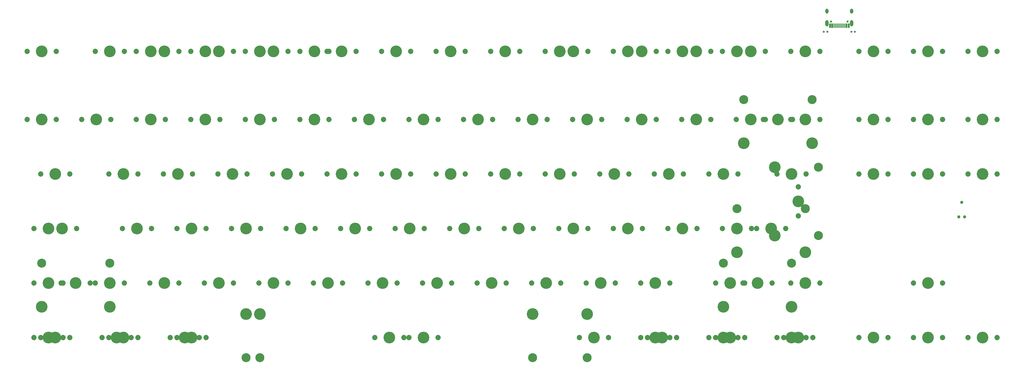
<source format=gbr>
%TF.GenerationSoftware,KiCad,Pcbnew,8.0.4*%
%TF.CreationDate,2024-07-23T15:13:34+08:00*%
%TF.ProjectId,X88H,58383848-2e6b-4696-9361-645f70636258,rev?*%
%TF.SameCoordinates,Original*%
%TF.FileFunction,Soldermask,Top*%
%TF.FilePolarity,Negative*%
%FSLAX46Y46*%
G04 Gerber Fmt 4.6, Leading zero omitted, Abs format (unit mm)*
G04 Created by KiCad (PCBNEW 8.0.4) date 2024-07-23 15:13:34*
%MOMM*%
%LPD*%
G01*
G04 APERTURE LIST*
G04 Aperture macros list*
%AMRoundRect*
0 Rectangle with rounded corners*
0 $1 Rounding radius*
0 $2 $3 $4 $5 $6 $7 $8 $9 X,Y pos of 4 corners*
0 Add a 4 corners polygon primitive as box body*
4,1,4,$2,$3,$4,$5,$6,$7,$8,$9,$2,$3,0*
0 Add four circle primitives for the rounded corners*
1,1,$1+$1,$2,$3*
1,1,$1+$1,$4,$5*
1,1,$1+$1,$6,$7*
1,1,$1+$1,$8,$9*
0 Add four rect primitives between the rounded corners*
20,1,$1+$1,$2,$3,$4,$5,0*
20,1,$1+$1,$4,$5,$6,$7,0*
20,1,$1+$1,$6,$7,$8,$9,0*
20,1,$1+$1,$8,$9,$2,$3,0*%
G04 Aperture macros list end*
%ADD10C,1.852000*%
%ADD11C,4.089800*%
%ADD12C,3.150000*%
%ADD13C,0.702000*%
%ADD14C,0.752000*%
%ADD15RoundRect,0.051000X0.300000X0.725000X-0.300000X0.725000X-0.300000X-0.725000X0.300000X-0.725000X0*%
%ADD16RoundRect,0.051000X0.150000X0.725000X-0.150000X0.725000X-0.150000X-0.725000X0.150000X-0.725000X0*%
%ADD17O,1.102000X2.202000*%
%ADD18O,1.102000X1.702000*%
%ADD19C,1.092600*%
G04 APERTURE END LIST*
D10*
%TO.C,MX104*%
X233045000Y-100012500D03*
D11*
X238125000Y-100012500D03*
D10*
X243205000Y-100012500D03*
%TD*%
D12*
%TO.C,S3*%
X242887500Y-54927500D03*
D11*
X242887500Y-70167500D03*
D12*
X266700000Y-54927500D03*
D11*
X266700000Y-70167500D03*
%TD*%
D10*
%TO.C,MX15*%
X285432500Y0D03*
D11*
X290512500Y0D03*
D10*
X295592500Y0D03*
%TD*%
%TO.C,MX35*%
X90170000Y-23812500D03*
D11*
X95250000Y-23812500D03*
D10*
X100330000Y-23812500D03*
%TD*%
%TO.C,MX53*%
X99695000Y-42862500D03*
D11*
X104775000Y-42862500D03*
D10*
X109855000Y-42862500D03*
%TD*%
%TO.C,MX78*%
X249713750Y-61912500D03*
D11*
X254793750Y-61912500D03*
D10*
X259873750Y-61912500D03*
%TD*%
%TO.C,MX5*%
X75882500Y0D03*
D11*
X80962500Y0D03*
D10*
X86042500Y0D03*
%TD*%
%TO.C,MX89*%
X152082500Y-80962500D03*
D11*
X157162500Y-80962500D03*
D10*
X162242500Y-80962500D03*
%TD*%
%TO.C,MX7*%
X118745000Y0D03*
D11*
X123825000Y0D03*
D10*
X128905000Y0D03*
%TD*%
%TO.C,MX115*%
X235426250Y-100012500D03*
D11*
X240506250Y-100012500D03*
D10*
X245586250Y-100012500D03*
%TD*%
%TO.C,MX109*%
X-2698750Y-100012500D03*
D11*
X2381250Y-100012500D03*
D10*
X7461250Y-100012500D03*
%TD*%
%TO.C,MX54*%
X118745000Y-42862500D03*
D11*
X123825000Y-42862500D03*
D10*
X128905000Y-42862500D03*
%TD*%
%TO.C,MX68*%
X47307500Y-61912500D03*
D11*
X52387500Y-61912500D03*
D10*
X57467500Y-61912500D03*
%TD*%
%TO.C,MX116*%
X259238750Y-100012500D03*
D11*
X264318750Y-100012500D03*
D10*
X269398750Y-100012500D03*
%TD*%
D13*
%TO.C,H2*%
X274406250Y6886812D03*
%TD*%
D10*
%TO.C,MX6*%
X99695000Y0D03*
D11*
X104775000Y0D03*
D10*
X109855000Y0D03*
%TD*%
%TO.C,MX94*%
X304482500Y-80962500D03*
D11*
X309562500Y-80962500D03*
D10*
X314642500Y-80962500D03*
%TD*%
%TO.C,MX81*%
X237807500Y-61912500D03*
D11*
X242887500Y-61912500D03*
D10*
X247967500Y-61912500D03*
%TD*%
%TO.C,MX19*%
X52070000Y0D03*
D11*
X57150000Y0D03*
D10*
X62230000Y0D03*
%TD*%
%TO.C,MX28*%
X242570000Y0D03*
D11*
X247650000Y0D03*
D10*
X252730000Y0D03*
%TD*%
%TO.C,MX108*%
X323532500Y-100012500D03*
D11*
X328612500Y-100012500D03*
D10*
X333692500Y-100012500D03*
%TD*%
%TO.C,MX9*%
X156845000Y0D03*
D11*
X161925000Y0D03*
D10*
X167005000Y0D03*
%TD*%
%TO.C,MX17*%
X323532500Y0D03*
D11*
X328612500Y0D03*
D10*
X333692500Y0D03*
%TD*%
%TO.C,MX42*%
X223520000Y-23812500D03*
D11*
X228600000Y-23812500D03*
D10*
X233680000Y-23812500D03*
%TD*%
%TO.C,MX82*%
X6826250Y-80962500D03*
D11*
X11906250Y-80962500D03*
D10*
X16986250Y-80962500D03*
%TD*%
%TO.C,MX88*%
X133032500Y-80962500D03*
D11*
X138112500Y-80962500D03*
D10*
X143192500Y-80962500D03*
%TD*%
%TO.C,MX113*%
X187801250Y-100012500D03*
D11*
X192881250Y-100012500D03*
D10*
X197961250Y-100012500D03*
%TD*%
%TO.C,MX34*%
X71120000Y-23812500D03*
D11*
X76200000Y-23812500D03*
D10*
X81280000Y-23812500D03*
%TD*%
%TO.C,MX92*%
X209232500Y-80962500D03*
D11*
X214312500Y-80962500D03*
D10*
X219392500Y-80962500D03*
%TD*%
%TO.C,MX4*%
X56832500Y0D03*
D11*
X61912500Y0D03*
D10*
X66992500Y0D03*
%TD*%
%TO.C,MX52*%
X80645000Y-42862500D03*
D11*
X85725000Y-42862500D03*
D10*
X90805000Y-42862500D03*
%TD*%
%TO.C,MX37*%
X128270000Y-23812500D03*
D11*
X133350000Y-23812500D03*
D10*
X138430000Y-23812500D03*
%TD*%
%TO.C,MX85*%
X75882500Y-80962500D03*
D11*
X80962500Y-80962500D03*
D10*
X86042500Y-80962500D03*
%TD*%
%TO.C,MX25*%
X175895000Y0D03*
D11*
X180975000Y0D03*
D10*
X186055000Y0D03*
%TD*%
%TO.C,MX18*%
X33020000Y0D03*
D11*
X38100000Y0D03*
D10*
X43180000Y0D03*
%TD*%
%TO.C,MX100*%
X23495000Y-100012500D03*
D11*
X28575000Y-100012500D03*
D10*
X33655000Y-100012500D03*
%TD*%
D11*
%TO.C,S2*%
X256063750Y-40481250D03*
X256063750Y-64293750D03*
D12*
X271303750Y-40481250D03*
X271303750Y-64293750D03*
%TD*%
D10*
%TO.C,MX38*%
X147320000Y-23812500D03*
D11*
X152400000Y-23812500D03*
D10*
X157480000Y-23812500D03*
%TD*%
%TO.C,MX31*%
X13970000Y-23812500D03*
D11*
X19050000Y-23812500D03*
D10*
X24130000Y-23812500D03*
%TD*%
%TO.C,MX106*%
X285432500Y-100012500D03*
D11*
X290512500Y-100012500D03*
D10*
X295592500Y-100012500D03*
%TD*%
D12*
%TO.C,S7*%
X171450000Y-106997500D03*
D11*
X171450000Y-91757500D03*
D12*
X71437500Y-106997500D03*
D11*
X71437500Y-91757500D03*
%TD*%
D10*
%TO.C,MX12*%
X218757500Y0D03*
D11*
X223837500Y0D03*
D10*
X228917500Y0D03*
%TD*%
%TO.C,MX72*%
X123507500Y-61912500D03*
D11*
X128587500Y-61912500D03*
D10*
X133667500Y-61912500D03*
%TD*%
%TO.C,MX74*%
X161607500Y-61912500D03*
D11*
X166687500Y-61912500D03*
D10*
X171767500Y-61912500D03*
%TD*%
%TO.C,MX90*%
X171132500Y-80962500D03*
D11*
X176212500Y-80962500D03*
D10*
X181292500Y-80962500D03*
%TD*%
%TO.C,MX10*%
X180657500Y0D03*
D11*
X185737500Y0D03*
D10*
X190817500Y0D03*
%TD*%
%TO.C,MX87*%
X113982500Y-80962500D03*
D11*
X119062500Y-80962500D03*
D10*
X124142500Y-80962500D03*
%TD*%
%TO.C,MX64*%
X323532500Y-42862500D03*
D11*
X328612500Y-42862500D03*
D10*
X333692500Y-42862500D03*
%TD*%
%TO.C,MX2*%
X18732500Y0D03*
D11*
X23812500Y0D03*
D10*
X28892500Y0D03*
%TD*%
%TO.C,MX70*%
X85407500Y-61912500D03*
D11*
X90487500Y-61912500D03*
D10*
X95567500Y-61912500D03*
%TD*%
%TO.C,MX76*%
X199707500Y-61912500D03*
D11*
X204787500Y-61912500D03*
D10*
X209867500Y-61912500D03*
%TD*%
%TO.C,MX45*%
X304482500Y-23812500D03*
D11*
X309562500Y-23812500D03*
D10*
X314642500Y-23812500D03*
%TD*%
%TO.C,MX16*%
X304482500Y0D03*
D11*
X309562500Y0D03*
D10*
X314642500Y0D03*
%TD*%
%TO.C,MX48*%
X-317500Y-42862500D03*
D11*
X4762500Y-42862500D03*
D10*
X9842500Y-42862500D03*
%TD*%
%TO.C,MX55*%
X137795000Y-42862500D03*
D11*
X142875000Y-42862500D03*
D10*
X147955000Y-42862500D03*
%TD*%
%TO.C,MX3*%
X37782500Y0D03*
D11*
X42862500Y0D03*
D10*
X47942500Y0D03*
%TD*%
%TO.C,MX63*%
X304482500Y-42862500D03*
D11*
X309562500Y-42862500D03*
D10*
X314642500Y-42862500D03*
%TD*%
%TO.C,MX46*%
X323532500Y-23812500D03*
D11*
X328612500Y-23812500D03*
D10*
X333692500Y-23812500D03*
%TD*%
%TO.C,MX67*%
X28257500Y-61912500D03*
D11*
X33337500Y-61912500D03*
D10*
X38417500Y-61912500D03*
%TD*%
%TO.C,MX59*%
X213995000Y-42862500D03*
D11*
X219075000Y-42862500D03*
D10*
X224155000Y-42862500D03*
%TD*%
%TO.C,MX110*%
X21113750Y-100012500D03*
D11*
X26193750Y-100012500D03*
D10*
X31273750Y-100012500D03*
%TD*%
%TO.C,MX60*%
X233045000Y-42862500D03*
D11*
X238125000Y-42862500D03*
D10*
X243205000Y-42862500D03*
%TD*%
%TO.C,MX32*%
X33020000Y-23812500D03*
D11*
X38100000Y-23812500D03*
D10*
X43180000Y-23812500D03*
%TD*%
%TO.C,MX97*%
X235426250Y-80962500D03*
D11*
X240506250Y-80962500D03*
D10*
X245586250Y-80962500D03*
%TD*%
%TO.C,MX51*%
X61595000Y-42862500D03*
D11*
X66675000Y-42862500D03*
D10*
X71755000Y-42862500D03*
%TD*%
D12*
%TO.C,S4*%
X238125000Y-73977500D03*
D11*
X238125000Y-89217500D03*
D12*
X261937500Y-73977500D03*
D11*
X261937500Y-89217500D03*
%TD*%
D10*
%TO.C,MX112*%
X116363750Y-100012500D03*
D11*
X121443750Y-100012500D03*
D10*
X126523750Y-100012500D03*
%TD*%
%TO.C,MX84*%
X56832500Y-80962500D03*
D11*
X61912500Y-80962500D03*
D10*
X66992500Y-80962500D03*
%TD*%
%TO.C,MX75*%
X180657500Y-61912500D03*
D11*
X185737500Y-61912500D03*
D10*
X190817500Y-61912500D03*
%TD*%
%TO.C,MX96*%
X18732500Y-80962500D03*
D11*
X23812500Y-80962500D03*
D10*
X28892500Y-80962500D03*
%TD*%
D12*
%TO.C,S5*%
X0Y-73977500D03*
D11*
X0Y-89217500D03*
D12*
X23812500Y-73977500D03*
D11*
X23812500Y-89217500D03*
%TD*%
D10*
%TO.C,MX91*%
X190182500Y-80962500D03*
D11*
X195262500Y-80962500D03*
D10*
X200342500Y-80962500D03*
%TD*%
D13*
%TO.C,H1*%
X273206250Y6886812D03*
%TD*%
D10*
%TO.C,MX114*%
X211613750Y-100012500D03*
D11*
X216693750Y-100012500D03*
D10*
X221773750Y-100012500D03*
%TD*%
D13*
%TO.C,H9*%
X282806250Y6886812D03*
%TD*%
D10*
%TO.C,MX43*%
X252095000Y-23812500D03*
D11*
X257175000Y-23812500D03*
D10*
X262255000Y-23812500D03*
%TD*%
%TO.C,MX65*%
X264318750Y-47307500D03*
D11*
X264318750Y-52387500D03*
D10*
X264318750Y-57467500D03*
%TD*%
%TO.C,MX98*%
X261620000Y-80962500D03*
D11*
X266700000Y-80962500D03*
D10*
X271780000Y-80962500D03*
%TD*%
%TO.C,MX80*%
X2063750Y-61912500D03*
D11*
X7143750Y-61912500D03*
D10*
X12223750Y-61912500D03*
%TD*%
%TO.C,MX1*%
X-5080000Y0D03*
D11*
X0Y0D03*
D10*
X5080000Y0D03*
%TD*%
%TO.C,MX41*%
X204470000Y-23812500D03*
D11*
X209550000Y-23812500D03*
D10*
X214630000Y-23812500D03*
%TD*%
D12*
%TO.C,S6*%
X190500000Y-106997500D03*
D11*
X190500000Y-91757500D03*
D12*
X76200000Y-106997500D03*
D11*
X76200000Y-91757500D03*
%TD*%
D10*
%TO.C,MX66*%
X-2698750Y-61912500D03*
D11*
X2381250Y-61912500D03*
D10*
X7461250Y-61912500D03*
%TD*%
%TO.C,MX71*%
X104457500Y-61912500D03*
D11*
X109537500Y-61912500D03*
D10*
X114617500Y-61912500D03*
%TD*%
%TO.C,MX93*%
X244951250Y-80962500D03*
D11*
X250031250Y-80962500D03*
D10*
X255111250Y-80962500D03*
%TD*%
D13*
%TO.C,H10*%
X284006250Y6886812D03*
%TD*%
D10*
%TO.C,MX49*%
X23495000Y-42862500D03*
D11*
X28575000Y-42862500D03*
D10*
X33655000Y-42862500D03*
%TD*%
%TO.C,MX11*%
X199707500Y0D03*
D11*
X204787500Y0D03*
D10*
X209867500Y0D03*
%TD*%
%TO.C,MX39*%
X166370000Y-23812500D03*
D11*
X171450000Y-23812500D03*
D10*
X176530000Y-23812500D03*
%TD*%
%TO.C,MX69*%
X66357500Y-61912500D03*
D11*
X71437500Y-61912500D03*
D10*
X76517500Y-61912500D03*
%TD*%
%TO.C,MX77*%
X218757500Y-61912500D03*
D11*
X223837500Y-61912500D03*
D10*
X228917500Y-61912500D03*
%TD*%
%TO.C,MX27*%
X223520000Y0D03*
D11*
X228600000Y0D03*
D10*
X233680000Y0D03*
%TD*%
%TO.C,MX62*%
X285432500Y-42862500D03*
D11*
X290512500Y-42862500D03*
D10*
X295592500Y-42862500D03*
%TD*%
%TO.C,MX57*%
X175895000Y-42862500D03*
D11*
X180975000Y-42862500D03*
D10*
X186055000Y-42862500D03*
%TD*%
%TO.C,MX107*%
X304482500Y-100012500D03*
D11*
X309562500Y-100012500D03*
D10*
X314642500Y-100012500D03*
%TD*%
%TO.C,MX56*%
X156845000Y-42862500D03*
D11*
X161925000Y-42862500D03*
D10*
X167005000Y-42862500D03*
%TD*%
%TO.C,MX111*%
X44926250Y-100012500D03*
D11*
X50006250Y-100012500D03*
D10*
X55086250Y-100012500D03*
%TD*%
%TO.C,MX101*%
X47307500Y-100012500D03*
D11*
X52387500Y-100012500D03*
D10*
X57467500Y-100012500D03*
%TD*%
%TO.C,MX13*%
X237807500Y0D03*
D11*
X242887500Y0D03*
D10*
X247967500Y0D03*
%TD*%
%TO.C,MX21*%
X90170000Y0D03*
D11*
X95250000Y0D03*
D10*
X100330000Y0D03*
%TD*%
%TO.C,MX14*%
X261620000Y0D03*
D11*
X266700000Y0D03*
D10*
X271780000Y0D03*
%TD*%
%TO.C,MX40*%
X185420000Y-23812500D03*
D11*
X190500000Y-23812500D03*
D10*
X195580000Y-23812500D03*
%TD*%
%TO.C,MX26*%
X204470000Y0D03*
D11*
X209550000Y0D03*
D10*
X214630000Y0D03*
%TD*%
D14*
%TO.C,USB1*%
X281496250Y10400000D03*
X275716250Y10400000D03*
D15*
X281856250Y8955000D03*
X281056250Y8955000D03*
D16*
X279856250Y8955000D03*
X278856250Y8955000D03*
X278356250Y8955000D03*
X277356250Y8955000D03*
D15*
X276156250Y8955000D03*
X275356250Y8955000D03*
X275356250Y8955000D03*
X276156250Y8955000D03*
D16*
X276856250Y8955000D03*
X277856250Y8955000D03*
X279356250Y8955000D03*
X280356250Y8955000D03*
D15*
X281056250Y8955000D03*
X281856250Y8955000D03*
D17*
X282926250Y9870000D03*
D18*
X282926250Y14050000D03*
D17*
X274286250Y9870000D03*
D18*
X274286250Y14050000D03*
%TD*%
D10*
%TO.C,MX95*%
X-2698750Y-80962500D03*
D11*
X2381250Y-80962500D03*
D10*
X7461250Y-80962500D03*
%TD*%
%TO.C,MX50*%
X42545000Y-42862500D03*
D11*
X47625000Y-42862500D03*
D10*
X52705000Y-42862500D03*
%TD*%
%TO.C,MX44*%
X285432500Y-23812500D03*
D11*
X290512500Y-23812500D03*
D10*
X295592500Y-23812500D03*
%TD*%
%TO.C,MX58*%
X194945000Y-42862500D03*
D11*
X200025000Y-42862500D03*
D10*
X205105000Y-42862500D03*
%TD*%
%TO.C,MX8*%
X137795000Y0D03*
D11*
X142875000Y0D03*
D10*
X147955000Y0D03*
%TD*%
%TO.C,MX99*%
X-317500Y-100012500D03*
D11*
X4762500Y-100012500D03*
D10*
X9842500Y-100012500D03*
%TD*%
%TO.C,MX103*%
X209232500Y-100012500D03*
D11*
X214312500Y-100012500D03*
D10*
X219392500Y-100012500D03*
%TD*%
%TO.C,MX36*%
X109220000Y-23812500D03*
D11*
X114300000Y-23812500D03*
D10*
X119380000Y-23812500D03*
%TD*%
%TO.C,MX86*%
X94932500Y-80962500D03*
D11*
X100012500Y-80962500D03*
D10*
X105092500Y-80962500D03*
%TD*%
%TO.C,MX20*%
X71120000Y0D03*
D11*
X76200000Y0D03*
D10*
X81280000Y0D03*
%TD*%
%TO.C,MX73*%
X142557500Y-61912500D03*
D11*
X147637500Y-61912500D03*
D10*
X152717500Y-61912500D03*
%TD*%
%TO.C,MX30*%
X-5080000Y-23812500D03*
D11*
X0Y-23812500D03*
D10*
X5080000Y-23812500D03*
%TD*%
%TO.C,MX47*%
X242570000Y-23812500D03*
D11*
X247650000Y-23812500D03*
D10*
X252730000Y-23812500D03*
%TD*%
%TO.C,MX105*%
X256857500Y-100012500D03*
D11*
X261937500Y-100012500D03*
D10*
X267017500Y-100012500D03*
%TD*%
%TO.C,MX33*%
X52070000Y-23812500D03*
D11*
X57150000Y-23812500D03*
D10*
X62230000Y-23812500D03*
%TD*%
%TO.C,MX61*%
X256857500Y-42862500D03*
D11*
X261937500Y-42862500D03*
D10*
X267017500Y-42862500D03*
%TD*%
%TO.C,MX83*%
X37782500Y-80962500D03*
D11*
X42862500Y-80962500D03*
D10*
X47942500Y-80962500D03*
%TD*%
D12*
%TO.C,S1*%
X245268750Y-16827500D03*
D11*
X245268750Y-32067500D03*
D12*
X269081250Y-16827500D03*
D11*
X269081250Y-32067500D03*
%TD*%
D10*
%TO.C,MX79*%
X261620000Y-23812500D03*
D11*
X266700000Y-23812500D03*
D10*
X271780000Y-23812500D03*
%TD*%
%TO.C,MX102*%
X128270000Y-100012500D03*
D11*
X133350000Y-100012500D03*
D10*
X138430000Y-100012500D03*
%TD*%
D19*
%TO.C,J2*%
X321310000Y-52710000D03*
X322326000Y-57790000D03*
X320294000Y-57790000D03*
%TD*%
M02*

</source>
